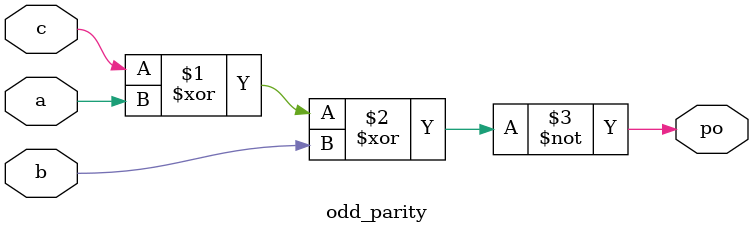
<source format=v>
module odd_parity(a,b,c,po );
input a,b,c;
output po;
assign po=~(c^a^b);
endmodule

</source>
